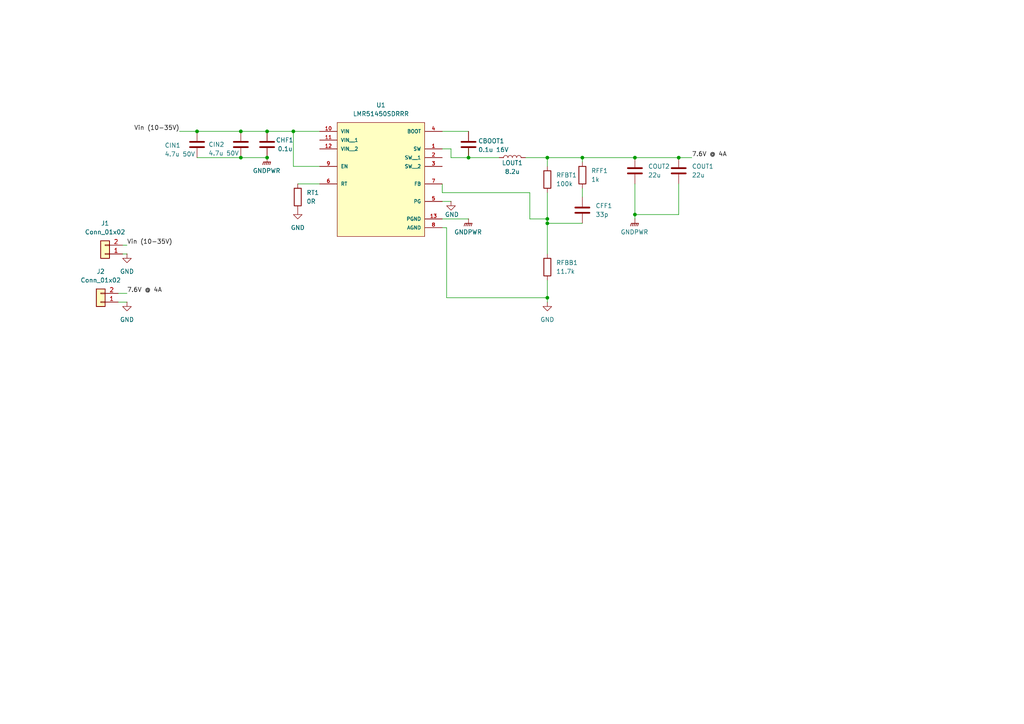
<source format=kicad_sch>
(kicad_sch
	(version 20231120)
	(generator "eeschema")
	(generator_version "8.0")
	(uuid "8f156a69-6ee9-4efc-a1ee-71317cbbce64")
	(paper "A4")
	(lib_symbols
		(symbol "Connector_Generic:Conn_01x02"
			(pin_names
				(offset 1.016) hide)
			(exclude_from_sim no)
			(in_bom yes)
			(on_board yes)
			(property "Reference" "J"
				(at 0 2.54 0)
				(effects
					(font
						(size 1.27 1.27)
					)
				)
			)
			(property "Value" "Conn_01x02"
				(at 0 -5.08 0)
				(effects
					(font
						(size 1.27 1.27)
					)
				)
			)
			(property "Footprint" ""
				(at 0 0 0)
				(effects
					(font
						(size 1.27 1.27)
					)
					(hide yes)
				)
			)
			(property "Datasheet" "~"
				(at 0 0 0)
				(effects
					(font
						(size 1.27 1.27)
					)
					(hide yes)
				)
			)
			(property "Description" "Generic connector, single row, 01x02, script generated (kicad-library-utils/schlib/autogen/connector/)"
				(at 0 0 0)
				(effects
					(font
						(size 1.27 1.27)
					)
					(hide yes)
				)
			)
			(property "ki_keywords" "connector"
				(at 0 0 0)
				(effects
					(font
						(size 1.27 1.27)
					)
					(hide yes)
				)
			)
			(property "ki_fp_filters" "Connector*:*_1x??_*"
				(at 0 0 0)
				(effects
					(font
						(size 1.27 1.27)
					)
					(hide yes)
				)
			)
			(symbol "Conn_01x02_1_1"
				(rectangle
					(start -1.27 -2.413)
					(end 0 -2.667)
					(stroke
						(width 0.1524)
						(type default)
					)
					(fill
						(type none)
					)
				)
				(rectangle
					(start -1.27 0.127)
					(end 0 -0.127)
					(stroke
						(width 0.1524)
						(type default)
					)
					(fill
						(type none)
					)
				)
				(rectangle
					(start -1.27 1.27)
					(end 1.27 -3.81)
					(stroke
						(width 0.254)
						(type default)
					)
					(fill
						(type background)
					)
				)
				(pin passive line
					(at -5.08 0 0)
					(length 3.81)
					(name "Pin_1"
						(effects
							(font
								(size 1.27 1.27)
							)
						)
					)
					(number "1"
						(effects
							(font
								(size 1.27 1.27)
							)
						)
					)
				)
				(pin passive line
					(at -5.08 -2.54 0)
					(length 3.81)
					(name "Pin_2"
						(effects
							(font
								(size 1.27 1.27)
							)
						)
					)
					(number "2"
						(effects
							(font
								(size 1.27 1.27)
							)
						)
					)
				)
			)
		)
		(symbol "Device:C"
			(pin_numbers hide)
			(pin_names
				(offset 0.254)
			)
			(exclude_from_sim no)
			(in_bom yes)
			(on_board yes)
			(property "Reference" "C"
				(at 0.635 2.54 0)
				(effects
					(font
						(size 1.27 1.27)
					)
					(justify left)
				)
			)
			(property "Value" "C"
				(at 0.635 -2.54 0)
				(effects
					(font
						(size 1.27 1.27)
					)
					(justify left)
				)
			)
			(property "Footprint" ""
				(at 0.9652 -3.81 0)
				(effects
					(font
						(size 1.27 1.27)
					)
					(hide yes)
				)
			)
			(property "Datasheet" "~"
				(at 0 0 0)
				(effects
					(font
						(size 1.27 1.27)
					)
					(hide yes)
				)
			)
			(property "Description" "Unpolarized capacitor"
				(at 0 0 0)
				(effects
					(font
						(size 1.27 1.27)
					)
					(hide yes)
				)
			)
			(property "ki_keywords" "cap capacitor"
				(at 0 0 0)
				(effects
					(font
						(size 1.27 1.27)
					)
					(hide yes)
				)
			)
			(property "ki_fp_filters" "C_*"
				(at 0 0 0)
				(effects
					(font
						(size 1.27 1.27)
					)
					(hide yes)
				)
			)
			(symbol "C_0_1"
				(polyline
					(pts
						(xy -2.032 -0.762) (xy 2.032 -0.762)
					)
					(stroke
						(width 0.508)
						(type default)
					)
					(fill
						(type none)
					)
				)
				(polyline
					(pts
						(xy -2.032 0.762) (xy 2.032 0.762)
					)
					(stroke
						(width 0.508)
						(type default)
					)
					(fill
						(type none)
					)
				)
			)
			(symbol "C_1_1"
				(pin passive line
					(at 0 3.81 270)
					(length 2.794)
					(name "~"
						(effects
							(font
								(size 1.27 1.27)
							)
						)
					)
					(number "1"
						(effects
							(font
								(size 1.27 1.27)
							)
						)
					)
				)
				(pin passive line
					(at 0 -3.81 90)
					(length 2.794)
					(name "~"
						(effects
							(font
								(size 1.27 1.27)
							)
						)
					)
					(number "2"
						(effects
							(font
								(size 1.27 1.27)
							)
						)
					)
				)
			)
		)
		(symbol "Device:L"
			(pin_numbers hide)
			(pin_names
				(offset 1.016) hide)
			(exclude_from_sim no)
			(in_bom yes)
			(on_board yes)
			(property "Reference" "L"
				(at -1.27 0 90)
				(effects
					(font
						(size 1.27 1.27)
					)
				)
			)
			(property "Value" "L"
				(at 1.905 0 90)
				(effects
					(font
						(size 1.27 1.27)
					)
				)
			)
			(property "Footprint" ""
				(at 0 0 0)
				(effects
					(font
						(size 1.27 1.27)
					)
					(hide yes)
				)
			)
			(property "Datasheet" "~"
				(at 0 0 0)
				(effects
					(font
						(size 1.27 1.27)
					)
					(hide yes)
				)
			)
			(property "Description" "Inductor"
				(at 0 0 0)
				(effects
					(font
						(size 1.27 1.27)
					)
					(hide yes)
				)
			)
			(property "ki_keywords" "inductor choke coil reactor magnetic"
				(at 0 0 0)
				(effects
					(font
						(size 1.27 1.27)
					)
					(hide yes)
				)
			)
			(property "ki_fp_filters" "Choke_* *Coil* Inductor_* L_*"
				(at 0 0 0)
				(effects
					(font
						(size 1.27 1.27)
					)
					(hide yes)
				)
			)
			(symbol "L_0_1"
				(arc
					(start 0 -2.54)
					(mid 0.6323 -1.905)
					(end 0 -1.27)
					(stroke
						(width 0)
						(type default)
					)
					(fill
						(type none)
					)
				)
				(arc
					(start 0 -1.27)
					(mid 0.6323 -0.635)
					(end 0 0)
					(stroke
						(width 0)
						(type default)
					)
					(fill
						(type none)
					)
				)
				(arc
					(start 0 0)
					(mid 0.6323 0.635)
					(end 0 1.27)
					(stroke
						(width 0)
						(type default)
					)
					(fill
						(type none)
					)
				)
				(arc
					(start 0 1.27)
					(mid 0.6323 1.905)
					(end 0 2.54)
					(stroke
						(width 0)
						(type default)
					)
					(fill
						(type none)
					)
				)
			)
			(symbol "L_1_1"
				(pin passive line
					(at 0 3.81 270)
					(length 1.27)
					(name "1"
						(effects
							(font
								(size 1.27 1.27)
							)
						)
					)
					(number "1"
						(effects
							(font
								(size 1.27 1.27)
							)
						)
					)
				)
				(pin passive line
					(at 0 -3.81 90)
					(length 1.27)
					(name "2"
						(effects
							(font
								(size 1.27 1.27)
							)
						)
					)
					(number "2"
						(effects
							(font
								(size 1.27 1.27)
							)
						)
					)
				)
			)
		)
		(symbol "Device:R"
			(pin_numbers hide)
			(pin_names
				(offset 0)
			)
			(exclude_from_sim no)
			(in_bom yes)
			(on_board yes)
			(property "Reference" "R"
				(at 2.032 0 90)
				(effects
					(font
						(size 1.27 1.27)
					)
				)
			)
			(property "Value" "R"
				(at 0 0 90)
				(effects
					(font
						(size 1.27 1.27)
					)
				)
			)
			(property "Footprint" ""
				(at -1.778 0 90)
				(effects
					(font
						(size 1.27 1.27)
					)
					(hide yes)
				)
			)
			(property "Datasheet" "~"
				(at 0 0 0)
				(effects
					(font
						(size 1.27 1.27)
					)
					(hide yes)
				)
			)
			(property "Description" "Resistor"
				(at 0 0 0)
				(effects
					(font
						(size 1.27 1.27)
					)
					(hide yes)
				)
			)
			(property "ki_keywords" "R res resistor"
				(at 0 0 0)
				(effects
					(font
						(size 1.27 1.27)
					)
					(hide yes)
				)
			)
			(property "ki_fp_filters" "R_*"
				(at 0 0 0)
				(effects
					(font
						(size 1.27 1.27)
					)
					(hide yes)
				)
			)
			(symbol "R_0_1"
				(rectangle
					(start -1.016 -2.54)
					(end 1.016 2.54)
					(stroke
						(width 0.254)
						(type default)
					)
					(fill
						(type none)
					)
				)
			)
			(symbol "R_1_1"
				(pin passive line
					(at 0 3.81 270)
					(length 1.27)
					(name "~"
						(effects
							(font
								(size 1.27 1.27)
							)
						)
					)
					(number "1"
						(effects
							(font
								(size 1.27 1.27)
							)
						)
					)
				)
				(pin passive line
					(at 0 -3.81 90)
					(length 1.27)
					(name "~"
						(effects
							(font
								(size 1.27 1.27)
							)
						)
					)
					(number "2"
						(effects
							(font
								(size 1.27 1.27)
							)
						)
					)
				)
			)
		)
		(symbol "LMR51450SDRRR:LMR51450SDRRR"
			(pin_names
				(offset 1.016)
			)
			(exclude_from_sim no)
			(in_bom yes)
			(on_board yes)
			(property "Reference" "U"
				(at -12.7 13.335 0)
				(effects
					(font
						(size 1.27 1.27)
					)
					(justify left bottom)
				)
			)
			(property "Value" "LMR51450SDRRR"
				(at -12.7 -22.86 0)
				(effects
					(font
						(size 1.27 1.27)
					)
					(justify left bottom)
				)
			)
			(property "Footprint" "LMR51450SDRRR:CONV_LMR51450SDRRR"
				(at 0 0 0)
				(effects
					(font
						(size 1.27 1.27)
					)
					(justify bottom)
					(hide yes)
				)
			)
			(property "Datasheet" ""
				(at 0 0 0)
				(effects
					(font
						(size 1.27 1.27)
					)
					(hide yes)
				)
			)
			(property "Description" ""
				(at 0 0 0)
				(effects
					(font
						(size 1.27 1.27)
					)
					(hide yes)
				)
			)
			(property "PARTREV" "December 2022"
				(at 0 0 0)
				(effects
					(font
						(size 1.27 1.27)
					)
					(justify bottom)
					(hide yes)
				)
			)
			(property "STANDARD" "Manufacturer Recommendations"
				(at 0 0 0)
				(effects
					(font
						(size 1.27 1.27)
					)
					(justify bottom)
					(hide yes)
				)
			)
			(property "MAXIMUM_PACKAGE_HEIGHT" "0.80 mm"
				(at 0 0 0)
				(effects
					(font
						(size 1.27 1.27)
					)
					(justify bottom)
					(hide yes)
				)
			)
			(property "MANUFACTURER" "Texas Instruments"
				(at 0 0 0)
				(effects
					(font
						(size 1.27 1.27)
					)
					(justify bottom)
					(hide yes)
				)
			)
			(symbol "LMR51450SDRRR_0_0"
				(rectangle
					(start -12.7 -20.32)
					(end 12.7 12.7)
					(stroke
						(width 0.1524)
						(type default)
					)
					(fill
						(type background)
					)
				)
				(pin output line
					(at 17.78 5.08 180)
					(length 5.08)
					(name "SW"
						(effects
							(font
								(size 1.016 1.016)
							)
						)
					)
					(number "1"
						(effects
							(font
								(size 1.016 1.016)
							)
						)
					)
				)
				(pin input line
					(at -17.78 10.16 0)
					(length 5.08)
					(name "VIN"
						(effects
							(font
								(size 1.016 1.016)
							)
						)
					)
					(number "10"
						(effects
							(font
								(size 1.016 1.016)
							)
						)
					)
				)
				(pin input line
					(at -17.78 7.62 0)
					(length 5.08)
					(name "VIN__1"
						(effects
							(font
								(size 1.016 1.016)
							)
						)
					)
					(number "11"
						(effects
							(font
								(size 1.016 1.016)
							)
						)
					)
				)
				(pin input line
					(at -17.78 5.08 0)
					(length 5.08)
					(name "VIN__2"
						(effects
							(font
								(size 1.016 1.016)
							)
						)
					)
					(number "12"
						(effects
							(font
								(size 1.016 1.016)
							)
						)
					)
				)
				(pin power_in line
					(at 17.78 -15.24 180)
					(length 5.08)
					(name "PGND"
						(effects
							(font
								(size 1.016 1.016)
							)
						)
					)
					(number "13"
						(effects
							(font
								(size 1.016 1.016)
							)
						)
					)
				)
				(pin output line
					(at 17.78 2.54 180)
					(length 5.08)
					(name "SW__1"
						(effects
							(font
								(size 1.016 1.016)
							)
						)
					)
					(number "2"
						(effects
							(font
								(size 1.016 1.016)
							)
						)
					)
				)
				(pin output line
					(at 17.78 0 180)
					(length 5.08)
					(name "SW__2"
						(effects
							(font
								(size 1.016 1.016)
							)
						)
					)
					(number "3"
						(effects
							(font
								(size 1.016 1.016)
							)
						)
					)
				)
				(pin passive line
					(at 17.78 10.16 180)
					(length 5.08)
					(name "BOOT"
						(effects
							(font
								(size 1.016 1.016)
							)
						)
					)
					(number "4"
						(effects
							(font
								(size 1.016 1.016)
							)
						)
					)
				)
				(pin output line
					(at 17.78 -10.16 180)
					(length 5.08)
					(name "PG"
						(effects
							(font
								(size 1.016 1.016)
							)
						)
					)
					(number "5"
						(effects
							(font
								(size 1.016 1.016)
							)
						)
					)
				)
				(pin input line
					(at -17.78 -5.08 0)
					(length 5.08)
					(name "RT"
						(effects
							(font
								(size 1.016 1.016)
							)
						)
					)
					(number "6"
						(effects
							(font
								(size 1.016 1.016)
							)
						)
					)
				)
				(pin input line
					(at 17.78 -5.08 180)
					(length 5.08)
					(name "FB"
						(effects
							(font
								(size 1.016 1.016)
							)
						)
					)
					(number "7"
						(effects
							(font
								(size 1.016 1.016)
							)
						)
					)
				)
				(pin power_in line
					(at 17.78 -17.78 180)
					(length 5.08)
					(name "AGND"
						(effects
							(font
								(size 1.016 1.016)
							)
						)
					)
					(number "8"
						(effects
							(font
								(size 1.016 1.016)
							)
						)
					)
				)
				(pin input line
					(at -17.78 0 0)
					(length 5.08)
					(name "EN"
						(effects
							(font
								(size 1.016 1.016)
							)
						)
					)
					(number "9"
						(effects
							(font
								(size 1.016 1.016)
							)
						)
					)
				)
			)
		)
		(symbol "power:GND"
			(power)
			(pin_numbers hide)
			(pin_names
				(offset 0) hide)
			(exclude_from_sim no)
			(in_bom yes)
			(on_board yes)
			(property "Reference" "#PWR"
				(at 0 -6.35 0)
				(effects
					(font
						(size 1.27 1.27)
					)
					(hide yes)
				)
			)
			(property "Value" "GND"
				(at 0 -3.81 0)
				(effects
					(font
						(size 1.27 1.27)
					)
				)
			)
			(property "Footprint" ""
				(at 0 0 0)
				(effects
					(font
						(size 1.27 1.27)
					)
					(hide yes)
				)
			)
			(property "Datasheet" ""
				(at 0 0 0)
				(effects
					(font
						(size 1.27 1.27)
					)
					(hide yes)
				)
			)
			(property "Description" "Power symbol creates a global label with name \"GND\" , ground"
				(at 0 0 0)
				(effects
					(font
						(size 1.27 1.27)
					)
					(hide yes)
				)
			)
			(property "ki_keywords" "global power"
				(at 0 0 0)
				(effects
					(font
						(size 1.27 1.27)
					)
					(hide yes)
				)
			)
			(symbol "GND_0_1"
				(polyline
					(pts
						(xy 0 0) (xy 0 -1.27) (xy 1.27 -1.27) (xy 0 -2.54) (xy -1.27 -1.27) (xy 0 -1.27)
					)
					(stroke
						(width 0)
						(type default)
					)
					(fill
						(type none)
					)
				)
			)
			(symbol "GND_1_1"
				(pin power_in line
					(at 0 0 270)
					(length 0)
					(name "~"
						(effects
							(font
								(size 1.27 1.27)
							)
						)
					)
					(number "1"
						(effects
							(font
								(size 1.27 1.27)
							)
						)
					)
				)
			)
		)
		(symbol "power:GNDPWR"
			(power)
			(pin_numbers hide)
			(pin_names
				(offset 0) hide)
			(exclude_from_sim no)
			(in_bom yes)
			(on_board yes)
			(property "Reference" "#PWR"
				(at 0 -5.08 0)
				(effects
					(font
						(size 1.27 1.27)
					)
					(hide yes)
				)
			)
			(property "Value" "GNDPWR"
				(at 0 -3.302 0)
				(effects
					(font
						(size 1.27 1.27)
					)
				)
			)
			(property "Footprint" ""
				(at 0 -1.27 0)
				(effects
					(font
						(size 1.27 1.27)
					)
					(hide yes)
				)
			)
			(property "Datasheet" ""
				(at 0 -1.27 0)
				(effects
					(font
						(size 1.27 1.27)
					)
					(hide yes)
				)
			)
			(property "Description" "Power symbol creates a global label with name \"GNDPWR\" , global ground"
				(at 0 0 0)
				(effects
					(font
						(size 1.27 1.27)
					)
					(hide yes)
				)
			)
			(property "ki_keywords" "global ground"
				(at 0 0 0)
				(effects
					(font
						(size 1.27 1.27)
					)
					(hide yes)
				)
			)
			(symbol "GNDPWR_0_1"
				(polyline
					(pts
						(xy 0 -1.27) (xy 0 0)
					)
					(stroke
						(width 0)
						(type default)
					)
					(fill
						(type none)
					)
				)
				(polyline
					(pts
						(xy -1.016 -1.27) (xy -1.27 -2.032) (xy -1.27 -2.032)
					)
					(stroke
						(width 0.2032)
						(type default)
					)
					(fill
						(type none)
					)
				)
				(polyline
					(pts
						(xy -0.508 -1.27) (xy -0.762 -2.032) (xy -0.762 -2.032)
					)
					(stroke
						(width 0.2032)
						(type default)
					)
					(fill
						(type none)
					)
				)
				(polyline
					(pts
						(xy 0 -1.27) (xy -0.254 -2.032) (xy -0.254 -2.032)
					)
					(stroke
						(width 0.2032)
						(type default)
					)
					(fill
						(type none)
					)
				)
				(polyline
					(pts
						(xy 0.508 -1.27) (xy 0.254 -2.032) (xy 0.254 -2.032)
					)
					(stroke
						(width 0.2032)
						(type default)
					)
					(fill
						(type none)
					)
				)
				(polyline
					(pts
						(xy 1.016 -1.27) (xy -1.016 -1.27) (xy -1.016 -1.27)
					)
					(stroke
						(width 0.2032)
						(type default)
					)
					(fill
						(type none)
					)
				)
				(polyline
					(pts
						(xy 1.016 -1.27) (xy 0.762 -2.032) (xy 0.762 -2.032) (xy 0.762 -2.032)
					)
					(stroke
						(width 0.2032)
						(type default)
					)
					(fill
						(type none)
					)
				)
			)
			(symbol "GNDPWR_1_1"
				(pin power_in line
					(at 0 0 270)
					(length 0)
					(name "~"
						(effects
							(font
								(size 1.27 1.27)
							)
						)
					)
					(number "1"
						(effects
							(font
								(size 1.27 1.27)
							)
						)
					)
				)
			)
		)
	)
	(junction
		(at 158.75 45.72)
		(diameter 0)
		(color 0 0 0 0)
		(uuid "02a7b2b6-7230-40be-89e2-00d48636a420")
	)
	(junction
		(at 196.85 45.72)
		(diameter 0)
		(color 0 0 0 0)
		(uuid "10aeaa2f-8cb6-48ce-a615-711d52e0b00d")
	)
	(junction
		(at 158.75 63.5)
		(diameter 0)
		(color 0 0 0 0)
		(uuid "2be74aff-cb8e-4518-983c-02ff5cbf0e31")
	)
	(junction
		(at 158.75 86.36)
		(diameter 0)
		(color 0 0 0 0)
		(uuid "3337b34d-8aba-44d8-98b7-a5d197192a79")
	)
	(junction
		(at 77.47 45.72)
		(diameter 0)
		(color 0 0 0 0)
		(uuid "39035582-ca69-402e-b6e6-40a2085735ea")
	)
	(junction
		(at 184.15 62.23)
		(diameter 0)
		(color 0 0 0 0)
		(uuid "569bc317-cfa5-40cc-8760-d6ec4fafc690")
	)
	(junction
		(at 69.85 38.1)
		(diameter 0)
		(color 0 0 0 0)
		(uuid "6c18444e-20a4-4629-9d65-95b7a5f7f666")
	)
	(junction
		(at 57.15 38.1)
		(diameter 0)
		(color 0 0 0 0)
		(uuid "75136902-5554-4744-81af-787e109bc3d6")
	)
	(junction
		(at 184.15 45.72)
		(diameter 0)
		(color 0 0 0 0)
		(uuid "78fbffd3-3930-44ec-bde8-4330802bbc41")
	)
	(junction
		(at 168.91 45.72)
		(diameter 0)
		(color 0 0 0 0)
		(uuid "7bebd344-a0e4-49b8-857e-1a3d3d12da06")
	)
	(junction
		(at 85.09 38.1)
		(diameter 0)
		(color 0 0 0 0)
		(uuid "a5556193-1f78-4b4c-b1ad-fffc5d0fcacd")
	)
	(junction
		(at 158.75 64.77)
		(diameter 0)
		(color 0 0 0 0)
		(uuid "c9314ad1-7984-462e-9e55-23d82e8f8169")
	)
	(junction
		(at 69.85 45.72)
		(diameter 0)
		(color 0 0 0 0)
		(uuid "da3356ab-00be-421e-8da4-0e9130b6c6fe")
	)
	(junction
		(at 77.47 38.1)
		(diameter 0)
		(color 0 0 0 0)
		(uuid "e85f697d-bc10-44e3-b0a3-3e9e90e240f5")
	)
	(junction
		(at 135.89 45.72)
		(diameter 0)
		(color 0 0 0 0)
		(uuid "fe1b6e22-23e2-4f8c-85fa-ac743e8cac5c")
	)
	(wire
		(pts
			(xy 129.54 86.36) (xy 158.75 86.36)
		)
		(stroke
			(width 0)
			(type default)
		)
		(uuid "14648e47-771b-46b1-a479-9efc7f9aedf8")
	)
	(wire
		(pts
			(xy 128.27 38.1) (xy 135.89 38.1)
		)
		(stroke
			(width 0)
			(type default)
		)
		(uuid "151a8565-0ff2-4be1-a1b3-8bf2d2a9fd9c")
	)
	(wire
		(pts
			(xy 135.89 45.72) (xy 135.89 43.18)
		)
		(stroke
			(width 0)
			(type default)
		)
		(uuid "19e07132-9606-442e-a493-b26d5bfe1b62")
	)
	(wire
		(pts
			(xy 196.85 53.34) (xy 196.85 62.23)
		)
		(stroke
			(width 0)
			(type default)
		)
		(uuid "266f3e0a-75e6-4e13-9c98-2b3f77b429a6")
	)
	(wire
		(pts
			(xy 128.27 63.5) (xy 135.89 63.5)
		)
		(stroke
			(width 0)
			(type default)
		)
		(uuid "2b57ef9d-384a-48b9-94e1-65100665e049")
	)
	(wire
		(pts
			(xy 168.91 54.61) (xy 168.91 57.15)
		)
		(stroke
			(width 0)
			(type default)
		)
		(uuid "2d693585-c4e3-439e-a745-c5cb4b4dcbba")
	)
	(wire
		(pts
			(xy 129.54 66.04) (xy 128.27 66.04)
		)
		(stroke
			(width 0)
			(type default)
		)
		(uuid "2ec0405f-ccc9-4998-aad6-500310becd01")
	)
	(wire
		(pts
			(xy 128.27 55.88) (xy 153.67 55.88)
		)
		(stroke
			(width 0)
			(type default)
		)
		(uuid "2ed6336d-55fd-4999-8884-aedf8fcb619e")
	)
	(wire
		(pts
			(xy 196.85 45.72) (xy 200.66 45.72)
		)
		(stroke
			(width 0)
			(type default)
		)
		(uuid "3101811d-642e-42a9-acc7-f40869b7fc43")
	)
	(wire
		(pts
			(xy 158.75 87.63) (xy 158.75 86.36)
		)
		(stroke
			(width 0)
			(type default)
		)
		(uuid "35d9af32-5368-4ef5-bf2b-dce357417228")
	)
	(wire
		(pts
			(xy 158.75 64.77) (xy 168.91 64.77)
		)
		(stroke
			(width 0)
			(type default)
		)
		(uuid "38dca2ee-c1d1-4e27-b343-d9967338325a")
	)
	(wire
		(pts
			(xy 152.4 45.72) (xy 158.75 45.72)
		)
		(stroke
			(width 0)
			(type default)
		)
		(uuid "416eef79-d1b4-488e-b48e-82f2b0d31d68")
	)
	(wire
		(pts
			(xy 158.75 86.36) (xy 158.75 81.28)
		)
		(stroke
			(width 0)
			(type default)
		)
		(uuid "41711733-19a2-423a-aed8-2d5b778b6c10")
	)
	(wire
		(pts
			(xy 69.85 45.72) (xy 77.47 45.72)
		)
		(stroke
			(width 0)
			(type default)
		)
		(uuid "545bf0ca-01d2-4b60-a611-415d7a8c4697")
	)
	(wire
		(pts
			(xy 85.09 48.26) (xy 92.71 48.26)
		)
		(stroke
			(width 0)
			(type default)
		)
		(uuid "565c2e7b-5b79-426f-9903-e031f4b3d721")
	)
	(wire
		(pts
			(xy 130.81 43.18) (xy 130.81 45.72)
		)
		(stroke
			(width 0)
			(type default)
		)
		(uuid "61a8aa7c-c001-4db6-8dff-19e8e03f7b06")
	)
	(wire
		(pts
			(xy 196.85 62.23) (xy 184.15 62.23)
		)
		(stroke
			(width 0)
			(type default)
		)
		(uuid "62576fb8-21e9-4455-950c-abf07d6ae4da")
	)
	(wire
		(pts
			(xy 86.36 53.34) (xy 92.71 53.34)
		)
		(stroke
			(width 0)
			(type default)
		)
		(uuid "6f28592d-8974-4ccd-a43c-627f30cb23a4")
	)
	(wire
		(pts
			(xy 168.91 45.72) (xy 184.15 45.72)
		)
		(stroke
			(width 0)
			(type default)
		)
		(uuid "72312158-6e45-4fe8-a470-bec0d3d8a805")
	)
	(wire
		(pts
			(xy 129.54 66.04) (xy 129.54 86.36)
		)
		(stroke
			(width 0)
			(type default)
		)
		(uuid "72cda5ca-42bf-4c4f-b4b9-ddc636909888")
	)
	(wire
		(pts
			(xy 34.29 87.63) (xy 36.83 87.63)
		)
		(stroke
			(width 0)
			(type default)
		)
		(uuid "75376744-fcf3-4d90-b823-6d88f7481c8c")
	)
	(wire
		(pts
			(xy 57.15 45.72) (xy 69.85 45.72)
		)
		(stroke
			(width 0)
			(type default)
		)
		(uuid "7acec9b7-928e-4c8e-a4a3-d5d5e9652938")
	)
	(wire
		(pts
			(xy 128.27 58.42) (xy 130.81 58.42)
		)
		(stroke
			(width 0)
			(type default)
		)
		(uuid "83a02d82-6002-4396-b284-3ebed4668bee")
	)
	(wire
		(pts
			(xy 35.56 73.66) (xy 36.83 73.66)
		)
		(stroke
			(width 0)
			(type default)
		)
		(uuid "841c0cdf-5c60-45a5-a061-1285c1908107")
	)
	(wire
		(pts
			(xy 168.91 45.72) (xy 168.91 46.99)
		)
		(stroke
			(width 0)
			(type default)
		)
		(uuid "85f04a3c-a0a4-4b44-8135-a722a7445e9f")
	)
	(wire
		(pts
			(xy 85.09 38.1) (xy 92.71 38.1)
		)
		(stroke
			(width 0)
			(type default)
		)
		(uuid "87585cc3-f158-4d58-9976-bacaab0eb90f")
	)
	(wire
		(pts
			(xy 158.75 48.26) (xy 158.75 45.72)
		)
		(stroke
			(width 0)
			(type default)
		)
		(uuid "8d61d2ae-82d8-45ff-94b3-c694d432a0ce")
	)
	(wire
		(pts
			(xy 135.89 45.72) (xy 144.78 45.72)
		)
		(stroke
			(width 0)
			(type default)
		)
		(uuid "930c0f48-e91d-40b7-817d-3b030b9d2be2")
	)
	(wire
		(pts
			(xy 184.15 45.72) (xy 196.85 45.72)
		)
		(stroke
			(width 0)
			(type default)
		)
		(uuid "9be04622-5a39-4ea2-ab51-0f353ebe85ea")
	)
	(wire
		(pts
			(xy 57.15 38.1) (xy 69.85 38.1)
		)
		(stroke
			(width 0)
			(type default)
		)
		(uuid "a2ce6970-9b7f-4be7-a6e6-74c32a56e3a3")
	)
	(wire
		(pts
			(xy 35.56 71.12) (xy 36.83 71.12)
		)
		(stroke
			(width 0)
			(type default)
		)
		(uuid "aa0cc032-940e-4838-94bb-36e1f74fe07b")
	)
	(wire
		(pts
			(xy 85.09 38.1) (xy 85.09 48.26)
		)
		(stroke
			(width 0)
			(type default)
		)
		(uuid "ae6263a1-64cc-463d-8cc1-ebf661cd45ec")
	)
	(wire
		(pts
			(xy 77.47 38.1) (xy 85.09 38.1)
		)
		(stroke
			(width 0)
			(type default)
		)
		(uuid "b4e2fae7-0ab6-46b7-9ffb-df96fbc9cdd8")
	)
	(wire
		(pts
			(xy 158.75 45.72) (xy 168.91 45.72)
		)
		(stroke
			(width 0)
			(type default)
		)
		(uuid "b5ba7d2b-886d-472e-ae15-e63c3019f5f3")
	)
	(wire
		(pts
			(xy 52.07 38.1) (xy 57.15 38.1)
		)
		(stroke
			(width 0)
			(type default)
		)
		(uuid "bf897be2-3202-4395-9543-790b99d7e562")
	)
	(wire
		(pts
			(xy 69.85 38.1) (xy 77.47 38.1)
		)
		(stroke
			(width 0)
			(type default)
		)
		(uuid "c957d643-adee-4a43-82e0-9db25e8729c1")
	)
	(wire
		(pts
			(xy 128.27 55.88) (xy 128.27 53.34)
		)
		(stroke
			(width 0)
			(type default)
		)
		(uuid "cfc9fbb1-e864-4b24-b268-0c241f418964")
	)
	(wire
		(pts
			(xy 158.75 63.5) (xy 158.75 64.77)
		)
		(stroke
			(width 0)
			(type default)
		)
		(uuid "d1b0bd2c-6511-4b26-898e-9bc157af263c")
	)
	(wire
		(pts
			(xy 34.29 85.09) (xy 36.83 85.09)
		)
		(stroke
			(width 0)
			(type default)
		)
		(uuid "d59e6ff2-ff86-4f55-9e33-8c91b7ed7319")
	)
	(wire
		(pts
			(xy 128.27 43.18) (xy 130.81 43.18)
		)
		(stroke
			(width 0)
			(type default)
		)
		(uuid "d6fe9b1d-1c07-4f65-ba9a-fcde695e7ca0")
	)
	(wire
		(pts
			(xy 184.15 53.34) (xy 184.15 62.23)
		)
		(stroke
			(width 0)
			(type default)
		)
		(uuid "de5ccca9-495c-46bd-a633-3fc05ddaf609")
	)
	(wire
		(pts
			(xy 158.75 55.88) (xy 158.75 63.5)
		)
		(stroke
			(width 0)
			(type default)
		)
		(uuid "e3e3b1db-8af7-49ba-808b-a832bb41c4e5")
	)
	(wire
		(pts
			(xy 153.67 55.88) (xy 153.67 63.5)
		)
		(stroke
			(width 0)
			(type default)
		)
		(uuid "e97ec62e-164e-4c80-8a1c-f5b9b7622b5d")
	)
	(wire
		(pts
			(xy 184.15 62.23) (xy 184.15 63.5)
		)
		(stroke
			(width 0)
			(type default)
		)
		(uuid "f239e664-1656-4aa7-937a-d7163b1151bb")
	)
	(wire
		(pts
			(xy 158.75 64.77) (xy 158.75 73.66)
		)
		(stroke
			(width 0)
			(type default)
		)
		(uuid "f3ab4e86-159b-4a00-84bf-8f57a721f147")
	)
	(wire
		(pts
			(xy 130.81 45.72) (xy 135.89 45.72)
		)
		(stroke
			(width 0)
			(type default)
		)
		(uuid "f7b3751d-b784-47e1-a81c-5ecda1c7425e")
	)
	(wire
		(pts
			(xy 153.67 63.5) (xy 158.75 63.5)
		)
		(stroke
			(width 0)
			(type default)
		)
		(uuid "fade05a8-4442-42ad-a15b-84ebe8068c65")
	)
	(label "Vin (10-35V)"
		(at 36.83 71.12 0)
		(fields_autoplaced yes)
		(effects
			(font
				(size 1.27 1.27)
			)
			(justify left bottom)
		)
		(uuid "02151212-1bec-4b65-a988-8c713fa57e62")
	)
	(label "Vin (10-35V)"
		(at 52.07 38.1 180)
		(fields_autoplaced yes)
		(effects
			(font
				(size 1.27 1.27)
			)
			(justify right bottom)
		)
		(uuid "8dee4eda-deeb-4b38-8358-6c490dbf9373")
	)
	(label "7.6V @ 4A"
		(at 200.66 45.72 0)
		(fields_autoplaced yes)
		(effects
			(font
				(size 1.27 1.27)
			)
			(justify left bottom)
		)
		(uuid "a0377e14-8d7a-4dc2-8e82-7bdfcdbeb48a")
	)
	(label "7.6V @ 4A"
		(at 36.83 85.09 0)
		(fields_autoplaced yes)
		(effects
			(font
				(size 1.27 1.27)
			)
			(justify left bottom)
		)
		(uuid "b7e9997d-92e1-4d8d-bce5-7586210e287d")
	)
	(symbol
		(lib_id "power:GNDPWR")
		(at 135.89 63.5 0)
		(unit 1)
		(exclude_from_sim no)
		(in_bom yes)
		(on_board yes)
		(dnp no)
		(fields_autoplaced yes)
		(uuid "01344e90-3055-4854-ad61-14035157a994")
		(property "Reference" "#PWR05"
			(at 135.89 68.58 0)
			(effects
				(font
					(size 1.27 1.27)
				)
				(hide yes)
			)
		)
		(property "Value" "GNDPWR"
			(at 135.763 67.31 0)
			(effects
				(font
					(size 1.27 1.27)
				)
			)
		)
		(property "Footprint" ""
			(at 135.89 64.77 0)
			(effects
				(font
					(size 1.27 1.27)
				)
				(hide yes)
			)
		)
		(property "Datasheet" ""
			(at 135.89 64.77 0)
			(effects
				(font
					(size 1.27 1.27)
				)
				(hide yes)
			)
		)
		(property "Description" "Power symbol creates a global label with name \"GNDPWR\" , global ground"
			(at 135.89 63.5 0)
			(effects
				(font
					(size 1.27 1.27)
				)
				(hide yes)
			)
		)
		(pin "1"
			(uuid "c09a131e-b0dd-4050-b048-cddb9deb9a8b")
		)
		(instances
			(project "LMR51450 buck converter"
				(path "/8f156a69-6ee9-4efc-a1ee-71317cbbce64"
					(reference "#PWR05")
					(unit 1)
				)
			)
		)
	)
	(symbol
		(lib_id "Device:C")
		(at 69.85 41.91 0)
		(unit 1)
		(exclude_from_sim no)
		(in_bom yes)
		(on_board yes)
		(dnp no)
		(uuid "1173b167-0927-4cf9-be5b-60c3f3740c1d")
		(property "Reference" "CIN2"
			(at 60.452 41.91 0)
			(do_not_autoplace yes)
			(effects
				(font
					(size 1.27 1.27)
				)
				(justify left)
			)
		)
		(property "Value" "4.7u 50V"
			(at 60.452 44.45 0)
			(do_not_autoplace yes)
			(effects
				(font
					(size 1.27 1.27)
				)
				(justify left)
			)
		)
		(property "Footprint" "Capacitor_SMD:C_1206_3216Metric_Pad1.33x1.80mm_HandSolder"
			(at 70.8152 45.72 0)
			(effects
				(font
					(size 1.27 1.27)
				)
				(hide yes)
			)
		)
		(property "Datasheet" "~"
			(at 69.85 41.91 0)
			(effects
				(font
					(size 1.27 1.27)
				)
				(hide yes)
			)
		)
		(property "Description" "Unpolarized capacitor"
			(at 69.85 41.91 0)
			(effects
				(font
					(size 1.27 1.27)
				)
				(hide yes)
			)
		)
		(pin "2"
			(uuid "4e1cbd0e-b6c3-4376-bb47-85364ec2d3d7")
		)
		(pin "1"
			(uuid "c7ac0a71-2d36-4244-8b4c-ca0266d02bc2")
		)
		(instances
			(project "LMR51450 buck converter"
				(path "/8f156a69-6ee9-4efc-a1ee-71317cbbce64"
					(reference "CIN2")
					(unit 1)
				)
			)
		)
	)
	(symbol
		(lib_id "Device:C")
		(at 77.47 41.91 0)
		(unit 1)
		(exclude_from_sim no)
		(in_bom yes)
		(on_board yes)
		(dnp no)
		(uuid "19045370-9b72-4c49-8c44-f5338f917d70")
		(property "Reference" "CHF1"
			(at 80.01 40.64 0)
			(effects
				(font
					(size 1.27 1.27)
				)
				(justify left)
			)
		)
		(property "Value" "0.1u"
			(at 80.518 43.18 0)
			(effects
				(font
					(size 1.27 1.27)
				)
				(justify left)
			)
		)
		(property "Footprint" "Capacitor_SMD:C_01005_0402Metric_Pad0.57x0.30mm_HandSolder"
			(at 78.4352 45.72 0)
			(effects
				(font
					(size 1.27 1.27)
				)
				(hide yes)
			)
		)
		(property "Datasheet" "~"
			(at 77.47 41.91 0)
			(effects
				(font
					(size 1.27 1.27)
				)
				(hide yes)
			)
		)
		(property "Description" "Unpolarized capacitor"
			(at 77.47 41.91 0)
			(effects
				(font
					(size 1.27 1.27)
				)
				(hide yes)
			)
		)
		(pin "2"
			(uuid "0c1d45a9-6f01-466d-9b15-7e4d2d1183bf")
		)
		(pin "1"
			(uuid "cf6a9367-036b-4f52-b440-35f863f7f20b")
		)
		(instances
			(project "LMR51450 buck converter"
				(path "/8f156a69-6ee9-4efc-a1ee-71317cbbce64"
					(reference "CHF1")
					(unit 1)
				)
			)
		)
	)
	(symbol
		(lib_id "LMR51450SDRRR:LMR51450SDRRR")
		(at 110.49 48.26 0)
		(unit 1)
		(exclude_from_sim no)
		(in_bom yes)
		(on_board yes)
		(dnp no)
		(fields_autoplaced yes)
		(uuid "19a5cf42-2edf-433a-a731-573886425d5c")
		(property "Reference" "U1"
			(at 110.49 30.48 0)
			(effects
				(font
					(size 1.27 1.27)
				)
			)
		)
		(property "Value" "LMR51450SDRRR"
			(at 110.49 33.02 0)
			(effects
				(font
					(size 1.27 1.27)
				)
			)
		)
		(property "Footprint" "Converter_DCDC:CONV_LMR51450SDRRR"
			(at 110.49 48.26 0)
			(effects
				(font
					(size 1.27 1.27)
				)
				(justify bottom)
				(hide yes)
			)
		)
		(property "Datasheet" ""
			(at 110.49 48.26 0)
			(effects
				(font
					(size 1.27 1.27)
				)
				(hide yes)
			)
		)
		(property "Description" ""
			(at 110.49 48.26 0)
			(effects
				(font
					(size 1.27 1.27)
				)
				(hide yes)
			)
		)
		(property "PARTREV" "December 2022"
			(at 110.49 48.26 0)
			(effects
				(font
					(size 1.27 1.27)
				)
				(justify bottom)
				(hide yes)
			)
		)
		(property "STANDARD" "Manufacturer Recommendations"
			(at 110.49 48.26 0)
			(effects
				(font
					(size 1.27 1.27)
				)
				(justify bottom)
				(hide yes)
			)
		)
		(property "MAXIMUM_PACKAGE_HEIGHT" "0.80 mm"
			(at 110.49 48.26 0)
			(effects
				(font
					(size 1.27 1.27)
				)
				(justify bottom)
				(hide yes)
			)
		)
		(property "MANUFACTURER" "Texas Instruments"
			(at 110.49 48.26 0)
			(effects
				(font
					(size 1.27 1.27)
				)
				(justify bottom)
				(hide yes)
			)
		)
		(pin "13"
			(uuid "a2a30854-de13-4a07-9e12-df148b58aae1")
		)
		(pin "10"
			(uuid "046ede9b-3be3-435f-9092-b6fb13039539")
		)
		(pin "11"
			(uuid "4787c9c2-d2fd-4c51-8522-e8e114564f90")
		)
		(pin "5"
			(uuid "7ef17f2a-34ad-4e4d-9c36-3f858074fbf9")
		)
		(pin "8"
			(uuid "d1d095c6-c7a2-4380-ba39-11b99c1df3a9")
		)
		(pin "4"
			(uuid "21593643-5901-49cd-839e-428f0bc21f1b")
		)
		(pin "2"
			(uuid "5abcc10d-3bdb-421c-b549-9698a715c467")
		)
		(pin "6"
			(uuid "b2f8b6cc-cb37-4011-a42f-21a692ab9c77")
		)
		(pin "7"
			(uuid "ab5223ea-fe78-4828-83e0-28ae9b917cd6")
		)
		(pin "12"
			(uuid "6388947a-40a6-4a7e-bfbf-357e0597c258")
		)
		(pin "9"
			(uuid "61d93ff6-310d-4e58-8cec-e948e83a6662")
		)
		(pin "3"
			(uuid "7174dae8-140d-46f4-b6c8-58710a1dba8e")
		)
		(pin "1"
			(uuid "5d1a3c69-0bdc-492e-986f-9f3bbf2dba4e")
		)
		(instances
			(project "LMR51450 buck converter"
				(path "/8f156a69-6ee9-4efc-a1ee-71317cbbce64"
					(reference "U1")
					(unit 1)
				)
			)
		)
	)
	(symbol
		(lib_id "Device:C")
		(at 196.85 49.53 0)
		(unit 1)
		(exclude_from_sim no)
		(in_bom yes)
		(on_board yes)
		(dnp no)
		(fields_autoplaced yes)
		(uuid "3e2e5cf2-dfa7-49fe-8fed-90f06f36271c")
		(property "Reference" "COUT1"
			(at 200.66 48.2599 0)
			(effects
				(font
					(size 1.27 1.27)
				)
				(justify left)
			)
		)
		(property "Value" "22u"
			(at 200.66 50.7999 0)
			(effects
				(font
					(size 1.27 1.27)
				)
				(justify left)
			)
		)
		(property "Footprint" "Capacitor_SMD:C_0805_2012Metric_Pad1.18x1.45mm_HandSolder"
			(at 197.8152 53.34 0)
			(effects
				(font
					(size 1.27 1.27)
				)
				(hide yes)
			)
		)
		(property "Datasheet" "~"
			(at 196.85 49.53 0)
			(effects
				(font
					(size 1.27 1.27)
				)
				(hide yes)
			)
		)
		(property "Description" "Unpolarized capacitor"
			(at 196.85 49.53 0)
			(effects
				(font
					(size 1.27 1.27)
				)
				(hide yes)
			)
		)
		(pin "2"
			(uuid "53a1474d-bc22-490e-8696-1b680ca96fe8")
		)
		(pin "1"
			(uuid "ee76296f-1775-4d31-adc4-95da2354483c")
		)
		(instances
			(project "LMR51450 buck converter"
				(path "/8f156a69-6ee9-4efc-a1ee-71317cbbce64"
					(reference "COUT1")
					(unit 1)
				)
			)
		)
	)
	(symbol
		(lib_id "Device:R")
		(at 86.36 57.15 0)
		(unit 1)
		(exclude_from_sim no)
		(in_bom yes)
		(on_board yes)
		(dnp no)
		(fields_autoplaced yes)
		(uuid "487285a2-3a15-4522-aaf9-3d2eeb720a77")
		(property "Reference" "RT1"
			(at 88.9 55.8799 0)
			(effects
				(font
					(size 1.27 1.27)
				)
				(justify left)
			)
		)
		(property "Value" "0R"
			(at 88.9 58.4199 0)
			(effects
				(font
					(size 1.27 1.27)
				)
				(justify left)
			)
		)
		(property "Footprint" "Resistor_SMD:R_01005_0402Metric_Pad0.57x0.30mm_HandSolder"
			(at 84.582 57.15 90)
			(effects
				(font
					(size 1.27 1.27)
				)
				(hide yes)
			)
		)
		(property "Datasheet" "~"
			(at 86.36 57.15 0)
			(effects
				(font
					(size 1.27 1.27)
				)
				(hide yes)
			)
		)
		(property "Description" "Resistor"
			(at 86.36 57.15 0)
			(effects
				(font
					(size 1.27 1.27)
				)
				(hide yes)
			)
		)
		(pin "2"
			(uuid "0d330c99-1f09-444d-b49e-9f91de5b1ba3")
		)
		(pin "1"
			(uuid "0806ef44-bee7-4bd3-adf7-12be6ba5c66c")
		)
		(instances
			(project "LMR51450 buck converter"
				(path "/8f156a69-6ee9-4efc-a1ee-71317cbbce64"
					(reference "RT1")
					(unit 1)
				)
			)
		)
	)
	(symbol
		(lib_id "Device:R")
		(at 158.75 77.47 0)
		(unit 1)
		(exclude_from_sim no)
		(in_bom yes)
		(on_board yes)
		(dnp no)
		(fields_autoplaced yes)
		(uuid "501c32e0-a4bf-41bd-9c7d-52cb6222e33e")
		(property "Reference" "RFBB1"
			(at 161.29 76.1999 0)
			(effects
				(font
					(size 1.27 1.27)
				)
				(justify left)
			)
		)
		(property "Value" "11.7k"
			(at 161.29 78.7399 0)
			(effects
				(font
					(size 1.27 1.27)
				)
				(justify left)
			)
		)
		(property "Footprint" "Resistor_SMD:R_01005_0402Metric_Pad0.57x0.30mm_HandSolder"
			(at 156.972 77.47 90)
			(effects
				(font
					(size 1.27 1.27)
				)
				(hide yes)
			)
		)
		(property "Datasheet" "~"
			(at 158.75 77.47 0)
			(effects
				(font
					(size 1.27 1.27)
				)
				(hide yes)
			)
		)
		(property "Description" "Resistor"
			(at 158.75 77.47 0)
			(effects
				(font
					(size 1.27 1.27)
				)
				(hide yes)
			)
		)
		(pin "2"
			(uuid "95851545-bc9b-4af9-b764-04d2c004a577")
		)
		(pin "1"
			(uuid "43086e68-1577-4734-b8ab-4f107045912c")
		)
		(instances
			(project "LMR51450 buck converter"
				(path "/8f156a69-6ee9-4efc-a1ee-71317cbbce64"
					(reference "RFBB1")
					(unit 1)
				)
			)
		)
	)
	(symbol
		(lib_id "power:GND")
		(at 36.83 87.63 0)
		(unit 1)
		(exclude_from_sim no)
		(in_bom yes)
		(on_board yes)
		(dnp no)
		(fields_autoplaced yes)
		(uuid "57e6cdd7-1e03-4600-9691-1290f02e67bf")
		(property "Reference" "#PWR08"
			(at 36.83 93.98 0)
			(effects
				(font
					(size 1.27 1.27)
				)
				(hide yes)
			)
		)
		(property "Value" "GND"
			(at 36.83 92.71 0)
			(effects
				(font
					(size 1.27 1.27)
				)
			)
		)
		(property "Footprint" ""
			(at 36.83 87.63 0)
			(effects
				(font
					(size 1.27 1.27)
				)
				(hide yes)
			)
		)
		(property "Datasheet" ""
			(at 36.83 87.63 0)
			(effects
				(font
					(size 1.27 1.27)
				)
				(hide yes)
			)
		)
		(property "Description" "Power symbol creates a global label with name \"GND\" , ground"
			(at 36.83 87.63 0)
			(effects
				(font
					(size 1.27 1.27)
				)
				(hide yes)
			)
		)
		(pin "1"
			(uuid "7fb32af1-dfcd-47ff-ad45-1818d3bb087a")
		)
		(instances
			(project "LMR51450 buck converter"
				(path "/8f156a69-6ee9-4efc-a1ee-71317cbbce64"
					(reference "#PWR08")
					(unit 1)
				)
			)
		)
	)
	(symbol
		(lib_id "power:GND")
		(at 86.36 60.96 0)
		(unit 1)
		(exclude_from_sim no)
		(in_bom yes)
		(on_board yes)
		(dnp no)
		(fields_autoplaced yes)
		(uuid "68863a22-a258-4ab0-b9c1-286872455cd7")
		(property "Reference" "#PWR01"
			(at 86.36 67.31 0)
			(effects
				(font
					(size 1.27 1.27)
				)
				(hide yes)
			)
		)
		(property "Value" "GND"
			(at 86.36 66.04 0)
			(effects
				(font
					(size 1.27 1.27)
				)
			)
		)
		(property "Footprint" ""
			(at 86.36 60.96 0)
			(effects
				(font
					(size 1.27 1.27)
				)
				(hide yes)
			)
		)
		(property "Datasheet" ""
			(at 86.36 60.96 0)
			(effects
				(font
					(size 1.27 1.27)
				)
				(hide yes)
			)
		)
		(property "Description" "Power symbol creates a global label with name \"GND\" , ground"
			(at 86.36 60.96 0)
			(effects
				(font
					(size 1.27 1.27)
				)
				(hide yes)
			)
		)
		(pin "1"
			(uuid "594d1af8-3dcf-481f-9c63-1f36b2f8b54d")
		)
		(instances
			(project "LMR51450 buck converter"
				(path "/8f156a69-6ee9-4efc-a1ee-71317cbbce64"
					(reference "#PWR01")
					(unit 1)
				)
			)
		)
	)
	(symbol
		(lib_id "Device:R")
		(at 158.75 52.07 0)
		(unit 1)
		(exclude_from_sim no)
		(in_bom yes)
		(on_board yes)
		(dnp no)
		(fields_autoplaced yes)
		(uuid "6bfddb06-5266-489c-aad5-73fe0308468a")
		(property "Reference" "RFBT1"
			(at 161.29 50.7999 0)
			(effects
				(font
					(size 1.27 1.27)
				)
				(justify left)
			)
		)
		(property "Value" "100k"
			(at 161.29 53.3399 0)
			(effects
				(font
					(size 1.27 1.27)
				)
				(justify left)
			)
		)
		(property "Footprint" "Resistor_SMD:R_01005_0402Metric_Pad0.57x0.30mm_HandSolder"
			(at 156.972 52.07 90)
			(effects
				(font
					(size 1.27 1.27)
				)
				(hide yes)
			)
		)
		(property "Datasheet" "~"
			(at 158.75 52.07 0)
			(effects
				(font
					(size 1.27 1.27)
				)
				(hide yes)
			)
		)
		(property "Description" "Resistor"
			(at 158.75 52.07 0)
			(effects
				(font
					(size 1.27 1.27)
				)
				(hide yes)
			)
		)
		(pin "2"
			(uuid "13091818-568a-43b0-8244-95b8d31dea85")
		)
		(pin "1"
			(uuid "969c7569-b9dd-4845-b7e5-f838be5f6723")
		)
		(instances
			(project "LMR51450 buck converter"
				(path "/8f156a69-6ee9-4efc-a1ee-71317cbbce64"
					(reference "RFBT1")
					(unit 1)
				)
			)
		)
	)
	(symbol
		(lib_id "Device:L")
		(at 148.59 45.72 90)
		(unit 1)
		(exclude_from_sim no)
		(in_bom yes)
		(on_board yes)
		(dnp no)
		(uuid "7775dec8-4906-439b-8d51-2eb9a9a471c9")
		(property "Reference" "LOUT1"
			(at 148.59 47.244 90)
			(effects
				(font
					(size 1.27 1.27)
				)
			)
		)
		(property "Value" "8.2u"
			(at 148.59 49.784 90)
			(effects
				(font
					(size 1.27 1.27)
				)
			)
		)
		(property "Footprint" "Inductor_SMD:L_Bourns_SRP1038C_10.0x10.0mm"
			(at 148.59 45.72 0)
			(effects
				(font
					(size 1.27 1.27)
				)
				(hide yes)
			)
		)
		(property "Datasheet" "~"
			(at 148.59 45.72 0)
			(effects
				(font
					(size 1.27 1.27)
				)
				(hide yes)
			)
		)
		(property "Description" "Inductor"
			(at 148.59 45.72 0)
			(effects
				(font
					(size 1.27 1.27)
				)
				(hide yes)
			)
		)
		(pin "2"
			(uuid "f5fdc4c9-3382-408f-abd2-05aa0639a7ec")
		)
		(pin "1"
			(uuid "f2b98bd5-91fb-49c7-b8e0-51bd51874be4")
		)
		(instances
			(project "LMR51450 buck converter"
				(path "/8f156a69-6ee9-4efc-a1ee-71317cbbce64"
					(reference "LOUT1")
					(unit 1)
				)
			)
		)
	)
	(symbol
		(lib_id "power:GNDPWR")
		(at 77.47 45.72 0)
		(unit 1)
		(exclude_from_sim no)
		(in_bom yes)
		(on_board yes)
		(dnp no)
		(fields_autoplaced yes)
		(uuid "77d5bdb4-786f-4131-baff-df410ddb7426")
		(property "Reference" "#PWR04"
			(at 77.47 50.8 0)
			(effects
				(font
					(size 1.27 1.27)
				)
				(hide yes)
			)
		)
		(property "Value" "GNDPWR"
			(at 77.343 49.53 0)
			(effects
				(font
					(size 1.27 1.27)
				)
			)
		)
		(property "Footprint" ""
			(at 77.47 46.99 0)
			(effects
				(font
					(size 1.27 1.27)
				)
				(hide yes)
			)
		)
		(property "Datasheet" ""
			(at 77.47 46.99 0)
			(effects
				(font
					(size 1.27 1.27)
				)
				(hide yes)
			)
		)
		(property "Description" "Power symbol creates a global label with name \"GNDPWR\" , global ground"
			(at 77.47 45.72 0)
			(effects
				(font
					(size 1.27 1.27)
				)
				(hide yes)
			)
		)
		(pin "1"
			(uuid "095b2be7-047c-47ff-ae86-5c94dcb62c4f")
		)
		(instances
			(project "LMR51450 buck converter"
				(path "/8f156a69-6ee9-4efc-a1ee-71317cbbce64"
					(reference "#PWR04")
					(unit 1)
				)
			)
		)
	)
	(symbol
		(lib_id "Device:C")
		(at 135.89 41.91 0)
		(unit 1)
		(exclude_from_sim no)
		(in_bom yes)
		(on_board yes)
		(dnp no)
		(uuid "8068c24b-46e4-40c0-8c17-9511f0527993")
		(property "Reference" "CBOOT1"
			(at 138.684 40.894 0)
			(effects
				(font
					(size 1.27 1.27)
				)
				(justify left)
			)
		)
		(property "Value" "0.1u 16V"
			(at 138.684 43.434 0)
			(effects
				(font
					(size 1.27 1.27)
				)
				(justify left)
			)
		)
		(property "Footprint" "Capacitor_SMD:C_01005_0402Metric_Pad0.57x0.30mm_HandSolder"
			(at 136.8552 45.72 0)
			(effects
				(font
					(size 1.27 1.27)
				)
				(hide yes)
			)
		)
		(property "Datasheet" "~"
			(at 135.89 41.91 0)
			(effects
				(font
					(size 1.27 1.27)
				)
				(hide yes)
			)
		)
		(property "Description" "Unpolarized capacitor"
			(at 135.89 41.91 0)
			(effects
				(font
					(size 1.27 1.27)
				)
				(hide yes)
			)
		)
		(pin "2"
			(uuid "769b4c4b-265f-45e8-b7be-84608cb4fb99")
		)
		(pin "1"
			(uuid "c76435cd-e1c7-48ea-b60c-8c2d138b8156")
		)
		(instances
			(project "LMR51450 buck converter"
				(path "/8f156a69-6ee9-4efc-a1ee-71317cbbce64"
					(reference "CBOOT1")
					(unit 1)
				)
			)
		)
	)
	(symbol
		(lib_id "power:GND")
		(at 158.75 87.63 0)
		(unit 1)
		(exclude_from_sim no)
		(in_bom yes)
		(on_board yes)
		(dnp no)
		(fields_autoplaced yes)
		(uuid "a71cc921-59e0-4918-b6d5-ecce267efdb0")
		(property "Reference" "#PWR02"
			(at 158.75 93.98 0)
			(effects
				(font
					(size 1.27 1.27)
				)
				(hide yes)
			)
		)
		(property "Value" "GND"
			(at 158.75 92.71 0)
			(effects
				(font
					(size 1.27 1.27)
				)
			)
		)
		(property "Footprint" ""
			(at 158.75 87.63 0)
			(effects
				(font
					(size 1.27 1.27)
				)
				(hide yes)
			)
		)
		(property "Datasheet" ""
			(at 158.75 87.63 0)
			(effects
				(font
					(size 1.27 1.27)
				)
				(hide yes)
			)
		)
		(property "Description" "Power symbol creates a global label with name \"GND\" , ground"
			(at 158.75 87.63 0)
			(effects
				(font
					(size 1.27 1.27)
				)
				(hide yes)
			)
		)
		(pin "1"
			(uuid "0831aba0-52fa-4052-aa4e-7cae497da0d3")
		)
		(instances
			(project "LMR51450 buck converter"
				(path "/8f156a69-6ee9-4efc-a1ee-71317cbbce64"
					(reference "#PWR02")
					(unit 1)
				)
			)
		)
	)
	(symbol
		(lib_id "Device:C")
		(at 168.91 60.96 0)
		(unit 1)
		(exclude_from_sim no)
		(in_bom yes)
		(on_board yes)
		(dnp no)
		(fields_autoplaced yes)
		(uuid "a99272d0-8036-46e1-9047-8575bfdb943f")
		(property "Reference" "CFF1"
			(at 172.72 59.6899 0)
			(effects
				(font
					(size 1.27 1.27)
				)
				(justify left)
			)
		)
		(property "Value" "33p"
			(at 172.72 62.2299 0)
			(effects
				(font
					(size 1.27 1.27)
				)
				(justify left)
			)
		)
		(property "Footprint" "Capacitor_SMD:C_0201_0603Metric_Pad0.64x0.40mm_HandSolder"
			(at 169.8752 64.77 0)
			(effects
				(font
					(size 1.27 1.27)
				)
				(hide yes)
			)
		)
		(property "Datasheet" "~"
			(at 168.91 60.96 0)
			(effects
				(font
					(size 1.27 1.27)
				)
				(hide yes)
			)
		)
		(property "Description" "Unpolarized capacitor"
			(at 168.91 60.96 0)
			(effects
				(font
					(size 1.27 1.27)
				)
				(hide yes)
			)
		)
		(pin "1"
			(uuid "e14bca29-f0b1-4f14-89ab-b2bbc812936b")
		)
		(pin "2"
			(uuid "c3fa9cfc-4a3f-4ba8-9e4b-7f40b6b0b2c7")
		)
		(instances
			(project "LMR51450 buck converter"
				(path "/8f156a69-6ee9-4efc-a1ee-71317cbbce64"
					(reference "CFF1")
					(unit 1)
				)
			)
		)
	)
	(symbol
		(lib_id "Device:C")
		(at 184.15 49.53 0)
		(unit 1)
		(exclude_from_sim no)
		(in_bom yes)
		(on_board yes)
		(dnp no)
		(fields_autoplaced yes)
		(uuid "c6dc81b8-aa0a-4e9c-9a83-807cf1d50ed6")
		(property "Reference" "COUT2"
			(at 187.96 48.2599 0)
			(effects
				(font
					(size 1.27 1.27)
				)
				(justify left)
			)
		)
		(property "Value" "22u"
			(at 187.96 50.7999 0)
			(effects
				(font
					(size 1.27 1.27)
				)
				(justify left)
			)
		)
		(property "Footprint" "Capacitor_SMD:C_0805_2012Metric_Pad1.18x1.45mm_HandSolder"
			(at 185.1152 53.34 0)
			(effects
				(font
					(size 1.27 1.27)
				)
				(hide yes)
			)
		)
		(property "Datasheet" "~"
			(at 184.15 49.53 0)
			(effects
				(font
					(size 1.27 1.27)
				)
				(hide yes)
			)
		)
		(property "Description" "Unpolarized capacitor"
			(at 184.15 49.53 0)
			(effects
				(font
					(size 1.27 1.27)
				)
				(hide yes)
			)
		)
		(pin "2"
			(uuid "8fd79587-20a0-48d7-ad3d-ad73d871e281")
		)
		(pin "1"
			(uuid "bf3c5451-2315-437e-a96d-a8bc9976222f")
		)
		(instances
			(project "LMR51450 buck converter"
				(path "/8f156a69-6ee9-4efc-a1ee-71317cbbce64"
					(reference "COUT2")
					(unit 1)
				)
			)
		)
	)
	(symbol
		(lib_id "Connector_Generic:Conn_01x02")
		(at 29.21 87.63 180)
		(unit 1)
		(exclude_from_sim no)
		(in_bom yes)
		(on_board yes)
		(dnp no)
		(fields_autoplaced yes)
		(uuid "cf6b2189-fa11-4f02-9175-7f424fadd1f8")
		(property "Reference" "J2"
			(at 29.21 78.74 0)
			(effects
				(font
					(size 1.27 1.27)
				)
			)
		)
		(property "Value" "Conn_01x02"
			(at 29.21 81.28 0)
			(effects
				(font
					(size 1.27 1.27)
				)
			)
		)
		(property "Footprint" "Connector_PinHeader_2.54mm:PinHeader_1x02_P2.54mm_Vertical"
			(at 29.21 87.63 0)
			(effects
				(font
					(size 1.27 1.27)
				)
				(hide yes)
			)
		)
		(property "Datasheet" "~"
			(at 29.21 87.63 0)
			(effects
				(font
					(size 1.27 1.27)
				)
				(hide yes)
			)
		)
		(property "Description" "Generic connector, single row, 01x02, script generated (kicad-library-utils/schlib/autogen/connector/)"
			(at 29.21 87.63 0)
			(effects
				(font
					(size 1.27 1.27)
				)
				(hide yes)
			)
		)
		(pin "1"
			(uuid "62452427-bbdb-4c3c-9187-e062b70a965a")
		)
		(pin "2"
			(uuid "60d5141f-c602-4326-906d-4c89471bf123")
		)
		(instances
			(project "LMR51450 buck converter"
				(path "/8f156a69-6ee9-4efc-a1ee-71317cbbce64"
					(reference "J2")
					(unit 1)
				)
			)
		)
	)
	(symbol
		(lib_id "power:GNDPWR")
		(at 184.15 63.5 0)
		(unit 1)
		(exclude_from_sim no)
		(in_bom yes)
		(on_board yes)
		(dnp no)
		(fields_autoplaced yes)
		(uuid "dd4872f9-3627-46f9-abfc-297142ac614b")
		(property "Reference" "#PWR03"
			(at 184.15 68.58 0)
			(effects
				(font
					(size 1.27 1.27)
				)
				(hide yes)
			)
		)
		(property "Value" "GNDPWR"
			(at 184.023 67.31 0)
			(effects
				(font
					(size 1.27 1.27)
				)
			)
		)
		(property "Footprint" ""
			(at 184.15 64.77 0)
			(effects
				(font
					(size 1.27 1.27)
				)
				(hide yes)
			)
		)
		(property "Datasheet" ""
			(at 184.15 64.77 0)
			(effects
				(font
					(size 1.27 1.27)
				)
				(hide yes)
			)
		)
		(property "Description" "Power symbol creates a global label with name \"GNDPWR\" , global ground"
			(at 184.15 63.5 0)
			(effects
				(font
					(size 1.27 1.27)
				)
				(hide yes)
			)
		)
		(pin "1"
			(uuid "9463242b-7c8e-4945-81ba-f5123cfce318")
		)
		(instances
			(project "LMR51450 buck converter"
				(path "/8f156a69-6ee9-4efc-a1ee-71317cbbce64"
					(reference "#PWR03")
					(unit 1)
				)
			)
		)
	)
	(symbol
		(lib_id "Connector_Generic:Conn_01x02")
		(at 30.48 73.66 180)
		(unit 1)
		(exclude_from_sim no)
		(in_bom yes)
		(on_board yes)
		(dnp no)
		(fields_autoplaced yes)
		(uuid "e12d0629-cd4c-496d-8b38-4bf39e5351e7")
		(property "Reference" "J1"
			(at 30.48 64.77 0)
			(effects
				(font
					(size 1.27 1.27)
				)
			)
		)
		(property "Value" "Conn_01x02"
			(at 30.48 67.31 0)
			(effects
				(font
					(size 1.27 1.27)
				)
			)
		)
		(property "Footprint" "Connector_PinHeader_2.54mm:PinHeader_1x02_P2.54mm_Vertical"
			(at 30.48 73.66 0)
			(effects
				(font
					(size 1.27 1.27)
				)
				(hide yes)
			)
		)
		(property "Datasheet" "~"
			(at 30.48 73.66 0)
			(effects
				(font
					(size 1.27 1.27)
				)
				(hide yes)
			)
		)
		(property "Description" "Generic connector, single row, 01x02, script generated (kicad-library-utils/schlib/autogen/connector/)"
			(at 30.48 73.66 0)
			(effects
				(font
					(size 1.27 1.27)
				)
				(hide yes)
			)
		)
		(pin "1"
			(uuid "95d657ec-8002-420f-bb4d-b94e23653c40")
		)
		(pin "2"
			(uuid "1f77d60f-62a8-49a2-8052-3b4ec7703844")
		)
		(instances
			(project "LMR51450 buck converter"
				(path "/8f156a69-6ee9-4efc-a1ee-71317cbbce64"
					(reference "J1")
					(unit 1)
				)
			)
		)
	)
	(symbol
		(lib_id "Device:C")
		(at 57.15 41.91 0)
		(unit 1)
		(exclude_from_sim no)
		(in_bom yes)
		(on_board yes)
		(dnp no)
		(uuid "e1e4ad9b-e50d-42a9-abea-c657c6ea9d84")
		(property "Reference" "CIN1"
			(at 47.752 42.164 0)
			(do_not_autoplace yes)
			(effects
				(font
					(size 1.27 1.27)
				)
				(justify left)
			)
		)
		(property "Value" "4.7u 50V"
			(at 47.752 44.704 0)
			(do_not_autoplace yes)
			(effects
				(font
					(size 1.27 1.27)
				)
				(justify left)
			)
		)
		(property "Footprint" "Capacitor_SMD:C_1206_3216Metric_Pad1.33x1.80mm_HandSolder"
			(at 58.1152 45.72 0)
			(effects
				(font
					(size 1.27 1.27)
				)
				(hide yes)
			)
		)
		(property "Datasheet" "~"
			(at 57.15 41.91 0)
			(effects
				(font
					(size 1.27 1.27)
				)
				(hide yes)
			)
		)
		(property "Description" "Unpolarized capacitor"
			(at 57.15 41.91 0)
			(effects
				(font
					(size 1.27 1.27)
				)
				(hide yes)
			)
		)
		(pin "2"
			(uuid "39ae0967-24d4-4022-a17b-afe4ff1a1092")
		)
		(pin "1"
			(uuid "b75f63ed-d161-4d70-a591-2edb3d575e22")
		)
		(instances
			(project "LMR51450 buck converter"
				(path "/8f156a69-6ee9-4efc-a1ee-71317cbbce64"
					(reference "CIN1")
					(unit 1)
				)
			)
		)
	)
	(symbol
		(lib_id "power:GND")
		(at 36.83 73.66 0)
		(unit 1)
		(exclude_from_sim no)
		(in_bom yes)
		(on_board yes)
		(dnp no)
		(fields_autoplaced yes)
		(uuid "e2699554-5134-4552-8133-948a2d9128fc")
		(property "Reference" "#PWR07"
			(at 36.83 80.01 0)
			(effects
				(font
					(size 1.27 1.27)
				)
				(hide yes)
			)
		)
		(property "Value" "GND"
			(at 36.83 78.74 0)
			(effects
				(font
					(size 1.27 1.27)
				)
			)
		)
		(property "Footprint" ""
			(at 36.83 73.66 0)
			(effects
				(font
					(size 1.27 1.27)
				)
				(hide yes)
			)
		)
		(property "Datasheet" ""
			(at 36.83 73.66 0)
			(effects
				(font
					(size 1.27 1.27)
				)
				(hide yes)
			)
		)
		(property "Description" "Power symbol creates a global label with name \"GND\" , ground"
			(at 36.83 73.66 0)
			(effects
				(font
					(size 1.27 1.27)
				)
				(hide yes)
			)
		)
		(pin "1"
			(uuid "b612e811-27ac-44a4-8b82-9347575f14c7")
		)
		(instances
			(project "LMR51450 buck converter"
				(path "/8f156a69-6ee9-4efc-a1ee-71317cbbce64"
					(reference "#PWR07")
					(unit 1)
				)
			)
		)
	)
	(symbol
		(lib_id "power:GND")
		(at 130.81 58.42 0)
		(unit 1)
		(exclude_from_sim no)
		(in_bom yes)
		(on_board yes)
		(dnp no)
		(uuid "e516058b-3286-49eb-8943-a177926dc8f2")
		(property "Reference" "#PWR06"
			(at 130.81 64.77 0)
			(effects
				(font
					(size 1.27 1.27)
				)
				(hide yes)
			)
		)
		(property "Value" "GND"
			(at 131.064 62.23 0)
			(effects
				(font
					(size 1.27 1.27)
				)
			)
		)
		(property "Footprint" ""
			(at 130.81 58.42 0)
			(effects
				(font
					(size 1.27 1.27)
				)
				(hide yes)
			)
		)
		(property "Datasheet" ""
			(at 130.81 58.42 0)
			(effects
				(font
					(size 1.27 1.27)
				)
				(hide yes)
			)
		)
		(property "Description" "Power symbol creates a global label with name \"GND\" , ground"
			(at 130.81 58.42 0)
			(effects
				(font
					(size 1.27 1.27)
				)
				(hide yes)
			)
		)
		(pin "1"
			(uuid "1192c1dc-d2bb-4959-9f19-6801e0996160")
		)
		(instances
			(project "LMR51450 buck converter"
				(path "/8f156a69-6ee9-4efc-a1ee-71317cbbce64"
					(reference "#PWR06")
					(unit 1)
				)
			)
		)
	)
	(symbol
		(lib_id "Device:R")
		(at 168.91 50.8 0)
		(unit 1)
		(exclude_from_sim no)
		(in_bom yes)
		(on_board yes)
		(dnp no)
		(fields_autoplaced yes)
		(uuid "f1f6fece-143e-485a-9827-79a51c50114a")
		(property "Reference" "RFF1"
			(at 171.45 49.5299 0)
			(effects
				(font
					(size 1.27 1.27)
				)
				(justify left)
			)
		)
		(property "Value" "1k"
			(at 171.45 52.0699 0)
			(effects
				(font
					(size 1.27 1.27)
				)
				(justify left)
			)
		)
		(property "Footprint" "Resistor_SMD:R_01005_0402Metric_Pad0.57x0.30mm_HandSolder"
			(at 167.132 50.8 90)
			(effects
				(font
					(size 1.27 1.27)
				)
				(hide yes)
			)
		)
		(property "Datasheet" "~"
			(at 168.91 50.8 0)
			(effects
				(font
					(size 1.27 1.27)
				)
				(hide yes)
			)
		)
		(property "Description" "Resistor"
			(at 168.91 50.8 0)
			(effects
				(font
					(size 1.27 1.27)
				)
				(hide yes)
			)
		)
		(pin "2"
			(uuid "cb71f6f8-0ccd-467e-a46e-b884c9597dd2")
		)
		(pin "1"
			(uuid "948f9f60-9509-43cf-baf5-66d01e1847a1")
		)
		(instances
			(project "LMR51450 buck converter"
				(path "/8f156a69-6ee9-4efc-a1ee-71317cbbce64"
					(reference "RFF1")
					(unit 1)
				)
			)
		)
	)
	(sheet_instances
		(path "/"
			(page "1")
		)
	)
)

</source>
